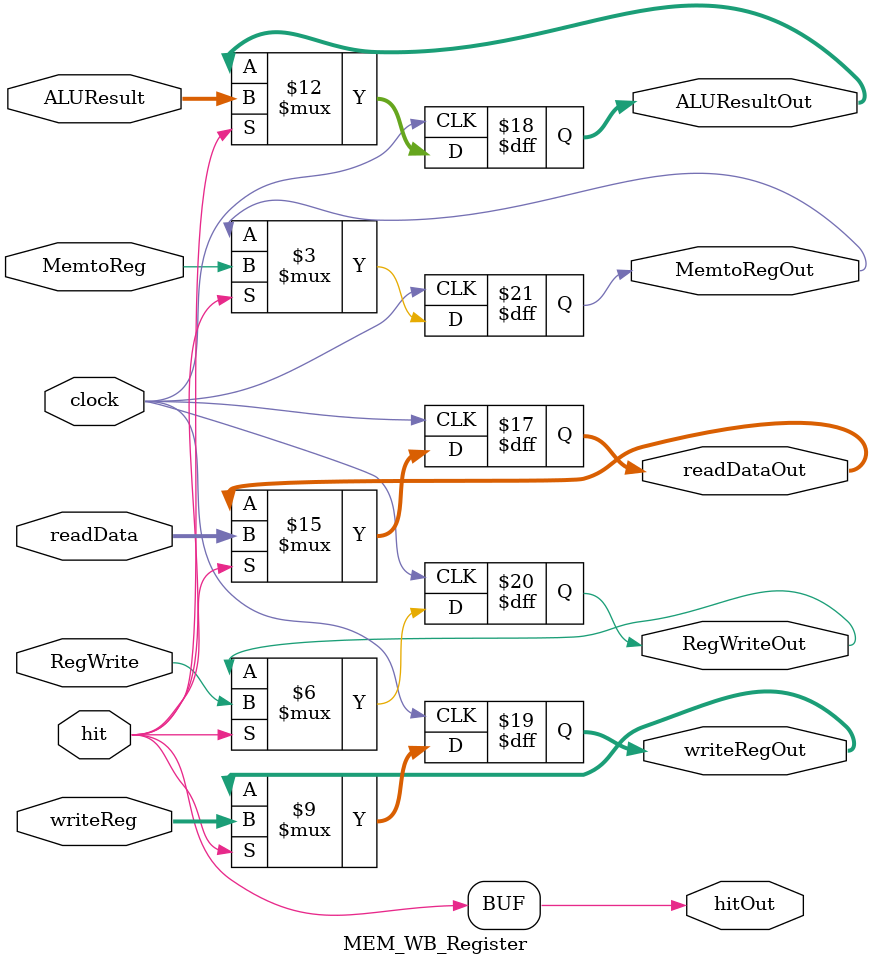
<source format=v>
`timescale 1ns / 1ps
module MEM_WB_Register(
    input clock,
    input hit,
    input [31:0] readData,
    input [31:0] ALUResult,
    input [4:0] writeReg,
    input RegWrite,
    input MemtoReg,
    output wire hitOut,
    output reg [31:0] readDataOut,
    output reg [31:0] ALUResultOut,
    output reg [4:0] writeRegOut,
    output reg RegWriteOut,
    output reg MemtoRegOut
    );

always @(negedge clock) begin
	if(hit) begin
		readDataOut = readData;
		ALUResultOut = ALUResult;
		writeRegOut = writeReg;
		writeRegOut = writeReg;
		RegWriteOut = RegWrite;
		MemtoRegOut = MemtoReg;
	end
end
assign hitOut = hit;


endmodule

</source>
